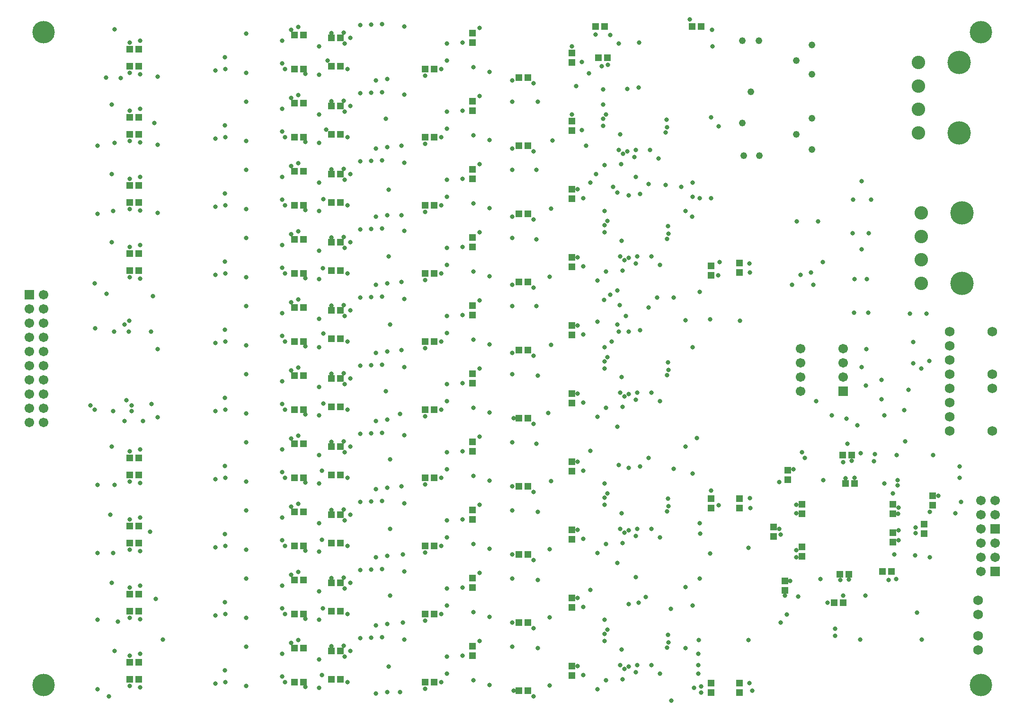
<source format=gbs>
%FSLAX23Y23*%
%MOIN*%
G70*
G01*
G75*
%ADD10R,0.059X0.051*%
%ADD11R,0.039X0.024*%
%ADD12R,0.079X0.047*%
%ADD13R,0.016X0.085*%
%ADD14R,0.016X0.085*%
%ADD15R,0.024X0.055*%
%ADD16R,0.039X0.043*%
%ADD17R,0.071X0.063*%
%ADD18R,0.043X0.039*%
%ADD19R,0.048X0.017*%
%ADD20O,0.048X0.017*%
%ADD21R,0.079X0.087*%
%ADD22R,0.012X0.063*%
%ADD23R,0.063X0.012*%
%ADD24R,0.031X0.142*%
%ADD25R,0.085X0.016*%
%ADD26R,0.051X0.059*%
%ADD27R,0.142X0.031*%
%ADD28R,0.081X0.024*%
%ADD29R,0.091X0.059*%
%ADD30R,0.073X0.024*%
%ADD31R,0.124X0.136*%
%ADD32R,0.087X0.079*%
%ADD33R,0.024X0.087*%
%ADD34R,0.024X0.087*%
%ADD35R,0.087X0.024*%
%ADD36R,0.087X0.024*%
%ADD37R,0.065X0.012*%
%ADD38R,0.085X0.016*%
%ADD39R,0.061X0.024*%
%ADD40C,0.010*%
%ADD41C,0.016*%
%ADD42C,0.008*%
%ADD43C,0.012*%
%ADD44C,0.020*%
%ADD45C,0.040*%
%ADD46C,0.030*%
%ADD47C,0.060*%
%ADD48C,0.150*%
%ADD49R,0.059X0.059*%
%ADD50C,0.059*%
%ADD51R,0.059X0.059*%
%ADD52C,0.059*%
%ADD53C,0.087*%
%ADD54C,0.157*%
%ADD55C,0.025*%
%ADD56C,0.040*%
%ADD57C,0.008*%
%ADD58C,0.010*%
%ADD59C,0.007*%
%ADD60R,0.008X0.020*%
%ADD61R,0.020X0.008*%
%ADD62C,0.002*%
%ADD63R,0.020X0.008*%
%ADD64R,0.067X0.059*%
%ADD65R,0.047X0.032*%
%ADD66R,0.087X0.055*%
%ADD67R,0.024X0.093*%
%ADD68R,0.024X0.093*%
%ADD69R,0.032X0.063*%
%ADD70R,0.047X0.051*%
%ADD71R,0.079X0.071*%
%ADD72R,0.051X0.047*%
%ADD73R,0.056X0.025*%
%ADD74O,0.056X0.025*%
%ADD75R,0.087X0.095*%
%ADD76R,0.020X0.071*%
%ADD77R,0.071X0.020*%
%ADD78R,0.039X0.150*%
%ADD79R,0.093X0.024*%
%ADD80R,0.059X0.067*%
%ADD81R,0.150X0.039*%
%ADD82R,0.089X0.032*%
%ADD83R,0.099X0.067*%
%ADD84R,0.081X0.032*%
%ADD85R,0.132X0.144*%
%ADD86R,0.095X0.087*%
%ADD87R,0.032X0.095*%
%ADD88R,0.032X0.095*%
%ADD89R,0.095X0.032*%
%ADD90R,0.095X0.032*%
%ADD91R,0.073X0.020*%
%ADD92R,0.093X0.024*%
%ADD93R,0.069X0.032*%
%ADD94C,0.068*%
%ADD95C,0.158*%
%ADD96R,0.067X0.067*%
%ADD97C,0.067*%
%ADD98R,0.067X0.067*%
%ADD99C,0.067*%
%ADD100C,0.095*%
%ADD101C,0.165*%
%ADD102C,0.033*%
%ADD103C,0.048*%
D70*
X5220Y3473D02*
D03*
Y3407D02*
D03*
X5920Y3267D02*
D03*
Y3333D02*
D03*
X5220Y3953D02*
D03*
Y3887D02*
D03*
X5920Y3747D02*
D03*
Y3813D02*
D03*
X5220Y4433D02*
D03*
Y4367D02*
D03*
X5920Y4227D02*
D03*
Y4293D02*
D03*
X5220Y4913D02*
D03*
Y4847D02*
D03*
X5920Y4707D02*
D03*
Y4773D02*
D03*
X5220Y5393D02*
D03*
Y5327D02*
D03*
X5920Y5187D02*
D03*
Y5253D02*
D03*
X5220Y5873D02*
D03*
Y5807D02*
D03*
X5920Y5667D02*
D03*
Y5733D02*
D03*
X5220Y6353D02*
D03*
Y6287D02*
D03*
X5920Y6147D02*
D03*
Y6213D02*
D03*
X5220Y6833D02*
D03*
Y6767D02*
D03*
X5920Y6627D02*
D03*
Y6693D02*
D03*
X5220Y7313D02*
D03*
Y7247D02*
D03*
X5920Y7107D02*
D03*
Y7173D02*
D03*
X5920Y7653D02*
D03*
Y7587D02*
D03*
X8400Y4333D02*
D03*
Y4267D02*
D03*
X8460Y4533D02*
D03*
Y4467D02*
D03*
X7420Y3867D02*
D03*
Y3933D02*
D03*
X7440Y4647D02*
D03*
Y4713D02*
D03*
X7340Y4313D02*
D03*
Y4247D02*
D03*
X8180Y4273D02*
D03*
Y4207D02*
D03*
Y4473D02*
D03*
Y4407D02*
D03*
X7540Y4473D02*
D03*
Y4407D02*
D03*
Y4107D02*
D03*
Y4173D02*
D03*
X7100Y3147D02*
D03*
Y3213D02*
D03*
X6900Y3147D02*
D03*
Y3213D02*
D03*
X7100Y4513D02*
D03*
Y4447D02*
D03*
X6900Y4513D02*
D03*
Y4447D02*
D03*
X7100Y6173D02*
D03*
Y6107D02*
D03*
X6900Y6087D02*
D03*
Y6153D02*
D03*
X5220Y7727D02*
D03*
Y7793D02*
D03*
D72*
X6173Y7620D02*
D03*
X6107D02*
D03*
X5613Y7480D02*
D03*
X5547D02*
D03*
X6087Y7840D02*
D03*
X6153D02*
D03*
X6833D02*
D03*
X6767D02*
D03*
X4953Y3220D02*
D03*
X4887D02*
D03*
X5613Y3160D02*
D03*
X5547D02*
D03*
X4953Y3700D02*
D03*
X4887D02*
D03*
X5613Y3640D02*
D03*
X5547D02*
D03*
X4953Y4180D02*
D03*
X4887D02*
D03*
X5613Y4120D02*
D03*
X5547D02*
D03*
X4953Y4660D02*
D03*
X4887D02*
D03*
X5613Y4600D02*
D03*
X5547D02*
D03*
X4953Y5140D02*
D03*
X4887D02*
D03*
X5613Y5080D02*
D03*
X5547D02*
D03*
X4953Y5620D02*
D03*
X4887D02*
D03*
X5613Y5560D02*
D03*
X5547D02*
D03*
X4953Y6100D02*
D03*
X4887D02*
D03*
X5613Y6040D02*
D03*
X5547D02*
D03*
X4953Y6580D02*
D03*
X4887D02*
D03*
X5613Y6520D02*
D03*
X5547D02*
D03*
X4953Y7060D02*
D03*
X4887D02*
D03*
X5613Y7000D02*
D03*
X5547D02*
D03*
X7767Y3780D02*
D03*
X7833D02*
D03*
X8107Y4000D02*
D03*
X8173D02*
D03*
X7827Y4820D02*
D03*
X7893D02*
D03*
X7807Y3980D02*
D03*
X7873D02*
D03*
X7847Y4620D02*
D03*
X7913D02*
D03*
X2873Y7560D02*
D03*
X2807D02*
D03*
X2873Y7680D02*
D03*
X2807D02*
D03*
X4033Y7540D02*
D03*
X3967D02*
D03*
Y7780D02*
D03*
X4033D02*
D03*
X4227Y7760D02*
D03*
X4293D02*
D03*
X4227Y7560D02*
D03*
X4293D02*
D03*
X4887Y7540D02*
D03*
X4953D02*
D03*
X2873Y7080D02*
D03*
X2807D02*
D03*
X2873Y7200D02*
D03*
X2807D02*
D03*
X2873Y6600D02*
D03*
X2807D02*
D03*
X2873Y6720D02*
D03*
X2807D02*
D03*
X2873Y6120D02*
D03*
X2807D02*
D03*
X2873Y6240D02*
D03*
X2807D02*
D03*
X2873Y4680D02*
D03*
X2807D02*
D03*
X2873Y4800D02*
D03*
X2807D02*
D03*
X2873Y4200D02*
D03*
X2807D02*
D03*
X2873Y4320D02*
D03*
X2807D02*
D03*
X2873Y3720D02*
D03*
X2807D02*
D03*
X2873Y3840D02*
D03*
X2807D02*
D03*
X2873Y3240D02*
D03*
X2807D02*
D03*
X2873Y3360D02*
D03*
X2807D02*
D03*
X4293Y7080D02*
D03*
X4227D02*
D03*
X4293Y7280D02*
D03*
X4227D02*
D03*
X4033Y7300D02*
D03*
X3967D02*
D03*
Y7060D02*
D03*
X4033D02*
D03*
X4293Y6600D02*
D03*
X4227D02*
D03*
X4293Y6800D02*
D03*
X4227D02*
D03*
X4033Y6820D02*
D03*
X3967D02*
D03*
Y6580D02*
D03*
X4033D02*
D03*
X4293Y6120D02*
D03*
X4227D02*
D03*
X4293Y6320D02*
D03*
X4227D02*
D03*
X4033Y6340D02*
D03*
X3967D02*
D03*
Y6100D02*
D03*
X4033D02*
D03*
X4293Y5640D02*
D03*
X4227D02*
D03*
X4293Y5840D02*
D03*
X4227D02*
D03*
X4033Y5860D02*
D03*
X3967D02*
D03*
Y5620D02*
D03*
X4033D02*
D03*
X4293Y5160D02*
D03*
X4227D02*
D03*
X4293Y5360D02*
D03*
X4227D02*
D03*
X4033Y5380D02*
D03*
X3967D02*
D03*
Y5140D02*
D03*
X4033D02*
D03*
X4293Y4680D02*
D03*
X4227D02*
D03*
X4293Y4880D02*
D03*
X4227D02*
D03*
X4033Y4900D02*
D03*
X3967D02*
D03*
Y4660D02*
D03*
X4033D02*
D03*
X4293Y4200D02*
D03*
X4227D02*
D03*
X4293Y4400D02*
D03*
X4227D02*
D03*
X4033Y4420D02*
D03*
X3967D02*
D03*
Y4180D02*
D03*
X4033D02*
D03*
X4293Y3720D02*
D03*
X4227D02*
D03*
X4293Y3920D02*
D03*
X4227D02*
D03*
X4033Y3940D02*
D03*
X3967D02*
D03*
Y3700D02*
D03*
X4033D02*
D03*
X4293Y3240D02*
D03*
X4227D02*
D03*
X4293Y3440D02*
D03*
X4227D02*
D03*
X4033Y3460D02*
D03*
X3967D02*
D03*
Y3220D02*
D03*
X4033D02*
D03*
D94*
X8780Y3445D02*
D03*
Y3545D02*
D03*
Y3795D02*
D03*
Y3695D02*
D03*
X8580Y5190D02*
D03*
Y5290D02*
D03*
Y5090D02*
D03*
Y4990D02*
D03*
X8880Y5290D02*
D03*
Y4990D02*
D03*
X8580Y5590D02*
D03*
Y5690D02*
D03*
Y5490D02*
D03*
Y5390D02*
D03*
X8880Y5690D02*
D03*
Y5390D02*
D03*
D95*
X2200Y7800D02*
D03*
Y3200D02*
D03*
X8800D02*
D03*
Y7800D02*
D03*
D96*
X8900Y4000D02*
D03*
X2100Y5950D02*
D03*
X8900Y4300D02*
D03*
D97*
X8800Y4000D02*
D03*
X8900Y4100D02*
D03*
X8800D02*
D03*
X8900Y4200D02*
D03*
X8800D02*
D03*
X2200Y5050D02*
D03*
X2100D02*
D03*
X2200Y5150D02*
D03*
X2100D02*
D03*
X2200Y5250D02*
D03*
X2100D02*
D03*
X2200Y5350D02*
D03*
X2100D02*
D03*
X2200Y5450D02*
D03*
X2100D02*
D03*
X2200Y5550D02*
D03*
X2100D02*
D03*
X2200Y5650D02*
D03*
X2100D02*
D03*
X2200Y5750D02*
D03*
X2100D02*
D03*
X2200Y5850D02*
D03*
X2100D02*
D03*
X2200Y5950D02*
D03*
X8800Y4500D02*
D03*
X8900D02*
D03*
X8800Y4400D02*
D03*
X8900D02*
D03*
X8800Y4300D02*
D03*
D98*
X7830Y5270D02*
D03*
D99*
Y5370D02*
D03*
Y5470D02*
D03*
Y5570D02*
D03*
X7530Y5270D02*
D03*
Y5370D02*
D03*
Y5470D02*
D03*
Y5570D02*
D03*
D100*
X8360Y7420D02*
D03*
Y7585D02*
D03*
Y7255D02*
D03*
Y7089D02*
D03*
X8380Y6360D02*
D03*
Y6525D02*
D03*
Y6195D02*
D03*
Y6029D02*
D03*
D101*
X8647Y7585D02*
D03*
Y7089D02*
D03*
X8667Y6525D02*
D03*
Y6029D02*
D03*
D102*
X2660Y3120D02*
D03*
X2700Y3440D02*
D03*
X2725Y3645D02*
D03*
X2680Y3920D02*
D03*
X2690Y4130D02*
D03*
X2670Y4400D02*
D03*
X2700Y4610D02*
D03*
X2680Y4880D02*
D03*
X2645Y5955D02*
D03*
X2680Y6320D02*
D03*
X2690Y6540D02*
D03*
X2680Y6800D02*
D03*
X2700Y7020D02*
D03*
X2680Y7290D02*
D03*
X2745Y7475D02*
D03*
X2700Y7820D02*
D03*
X4710Y5110D02*
D03*
X5680Y7310D02*
D03*
X6240Y5740D02*
D03*
X6130Y7560D02*
D03*
X6176Y7570D02*
D03*
X6200Y5620D02*
D03*
X5510Y3160D02*
D03*
X5500Y3640D02*
D03*
Y4120D02*
D03*
Y4600D02*
D03*
X5510Y5080D02*
D03*
X5500Y5540D02*
D03*
Y6020D02*
D03*
Y6500D02*
D03*
X5680Y3460D02*
D03*
X5765Y3195D02*
D03*
X5680Y3940D02*
D03*
X5765Y3675D02*
D03*
X5680Y4420D02*
D03*
X5765Y4155D02*
D03*
X5670Y4900D02*
D03*
X5775Y4635D02*
D03*
X5680Y5380D02*
D03*
X5755Y5115D02*
D03*
X5670Y5870D02*
D03*
X5775Y5595D02*
D03*
X5670Y6340D02*
D03*
X5765Y6075D02*
D03*
X5670Y6830D02*
D03*
X5775Y6555D02*
D03*
X5785Y7035D02*
D03*
X6040Y7510D02*
D03*
X5950Y7420D02*
D03*
X6087Y7783D02*
D03*
X6190Y7780D02*
D03*
X6251Y7719D02*
D03*
X6395Y7725D02*
D03*
X6750Y7890D02*
D03*
X6907Y7817D02*
D03*
X6910Y7700D02*
D03*
X4887Y3173D02*
D03*
X5963Y3333D02*
D03*
X5229Y3231D02*
D03*
X5153Y3407D02*
D03*
X5270Y3510D02*
D03*
X5000Y3220D02*
D03*
X5040Y3280D02*
D03*
Y3400D02*
D03*
X5650Y3120D02*
D03*
X6000Y3270D02*
D03*
X4740Y3520D02*
D03*
X5500Y3470D02*
D03*
X5340Y3200D02*
D03*
X4887Y3653D02*
D03*
X5963Y3813D02*
D03*
X5229Y3711D02*
D03*
X5153Y3887D02*
D03*
X5270Y3990D02*
D03*
X5000Y3700D02*
D03*
X5040Y3760D02*
D03*
Y3880D02*
D03*
X5650Y3600D02*
D03*
X6000Y3750D02*
D03*
X4740Y4000D02*
D03*
X5500Y3950D02*
D03*
X5340Y3680D02*
D03*
X4887Y4133D02*
D03*
X5963Y4293D02*
D03*
X5229Y4191D02*
D03*
X5153Y4367D02*
D03*
X5270Y4470D02*
D03*
X5000Y4180D02*
D03*
X5040Y4240D02*
D03*
Y4360D02*
D03*
X5650Y4080D02*
D03*
X6000Y4230D02*
D03*
X4740Y4480D02*
D03*
X5500Y4430D02*
D03*
X5340Y4160D02*
D03*
X4887Y4613D02*
D03*
X5963Y4773D02*
D03*
X5229Y4671D02*
D03*
X5153Y4847D02*
D03*
X5270Y4950D02*
D03*
X5000Y4660D02*
D03*
X5040Y4720D02*
D03*
Y4840D02*
D03*
X5650Y4560D02*
D03*
X6000Y4710D02*
D03*
X4740Y4960D02*
D03*
X5500Y4910D02*
D03*
X5340Y4640D02*
D03*
X4887Y5093D02*
D03*
X5963Y5253D02*
D03*
X5229Y5151D02*
D03*
X5153Y5327D02*
D03*
X5270Y5430D02*
D03*
X5000Y5140D02*
D03*
X5040Y5200D02*
D03*
Y5320D02*
D03*
X5650Y5040D02*
D03*
X6000Y5190D02*
D03*
X4740Y5440D02*
D03*
X5500Y5390D02*
D03*
X5340Y5120D02*
D03*
X4887Y5573D02*
D03*
X5963Y5733D02*
D03*
X5229Y5631D02*
D03*
X5153Y5807D02*
D03*
X5270Y5910D02*
D03*
X5000Y5620D02*
D03*
X5040Y5680D02*
D03*
Y5800D02*
D03*
X5650Y5520D02*
D03*
X6000Y5670D02*
D03*
X4740Y5920D02*
D03*
X5500Y5870D02*
D03*
X5340Y5600D02*
D03*
X4887Y6053D02*
D03*
X5963Y6213D02*
D03*
X5229Y6111D02*
D03*
X5153Y6287D02*
D03*
X5270Y6390D02*
D03*
X5000Y6100D02*
D03*
X5040Y6160D02*
D03*
Y6280D02*
D03*
X5650Y6000D02*
D03*
X6000Y6150D02*
D03*
X4740Y6400D02*
D03*
X5500Y6350D02*
D03*
X5340Y6080D02*
D03*
X5963Y6693D02*
D03*
X6000Y6630D02*
D03*
X5920Y7220D02*
D03*
X5990Y7110D02*
D03*
X5920Y7700D02*
D03*
X5990Y7590D02*
D03*
X5500Y6830D02*
D03*
X4887Y6533D02*
D03*
X5500Y7310D02*
D03*
X5650Y6480D02*
D03*
X5229Y6591D02*
D03*
X5153Y6767D02*
D03*
X5270Y6870D02*
D03*
X5000Y6580D02*
D03*
X5040Y6640D02*
D03*
Y6760D02*
D03*
X4740Y6880D02*
D03*
X5340Y6560D02*
D03*
X4887Y7013D02*
D03*
X5500Y6980D02*
D03*
X5650Y6960D02*
D03*
X5229Y7071D02*
D03*
X5153Y7247D02*
D03*
X5270Y7350D02*
D03*
X5000Y7060D02*
D03*
X5040Y7120D02*
D03*
Y7240D02*
D03*
X4740Y7360D02*
D03*
X5340Y7040D02*
D03*
X5500Y7460D02*
D03*
X5650Y7440D02*
D03*
X5340Y7520D02*
D03*
X5270Y7830D02*
D03*
X4160Y3270D02*
D03*
X4168Y3740D02*
D03*
X4160Y4224D02*
D03*
Y4710D02*
D03*
X4170Y5184D02*
D03*
Y5676D02*
D03*
X4168Y6136D02*
D03*
X4170Y6624D02*
D03*
X4190Y7112D02*
D03*
X2990Y3805D02*
D03*
X3040Y3520D02*
D03*
X2980Y7160D02*
D03*
X6520Y5930D02*
D03*
X6460Y5860D02*
D03*
Y4800D02*
D03*
X6440Y3820D02*
D03*
X6900Y6630D02*
D03*
X6955Y7135D02*
D03*
X6900Y7200D02*
D03*
X6050Y3870D02*
D03*
Y4850D02*
D03*
X6100Y5760D02*
D03*
X6050Y6740D02*
D03*
X6020Y7000D02*
D03*
X6143Y7397D02*
D03*
X6147Y5913D02*
D03*
X6190Y5950D02*
D03*
X6300Y5800D02*
D03*
X6257Y5877D02*
D03*
X6460Y6730D02*
D03*
X6580Y6724D02*
D03*
X6240Y4060D02*
D03*
Y5020D02*
D03*
Y5980D02*
D03*
X6210Y6710D02*
D03*
X6720Y4880D02*
D03*
X7908Y5822D02*
D03*
X8008D02*
D03*
X7912Y6058D02*
D03*
X7998D02*
D03*
X7898Y6382D02*
D03*
X7960Y6270D02*
D03*
X8012Y6382D02*
D03*
X7900Y6620D02*
D03*
X8028Y6618D02*
D03*
X7960Y6750D02*
D03*
X7470Y6020D02*
D03*
X7620D02*
D03*
X7530Y6090D02*
D03*
X7605Y6105D02*
D03*
X7688Y6178D02*
D03*
X7655Y6465D02*
D03*
X7505D02*
D03*
X7390Y3640D02*
D03*
X8350Y3710D02*
D03*
X8650Y4740D02*
D03*
X7990Y5310D02*
D03*
X8650Y4660D02*
D03*
X8660Y4490D02*
D03*
X7640Y5200D02*
D03*
X8190Y4120D02*
D03*
X8325Y5615D02*
D03*
X7960Y5440D02*
D03*
X7995Y5565D02*
D03*
X7693Y4643D02*
D03*
X7750Y5100D02*
D03*
X8303Y5817D02*
D03*
X8417D02*
D03*
X8437Y5483D02*
D03*
X8380Y5430D02*
D03*
X8325Y5465D02*
D03*
X8101Y5211D02*
D03*
Y5349D02*
D03*
X8290Y5280D02*
D03*
X8263Y5137D02*
D03*
X8267Y4917D02*
D03*
X8621Y4409D02*
D03*
X8503Y4533D02*
D03*
X8440Y4420D02*
D03*
X8340Y4270D02*
D03*
X8440Y4100D02*
D03*
X8337Y4113D02*
D03*
X7775Y3595D02*
D03*
Y3545D02*
D03*
X7720Y3780D02*
D03*
X7673Y3947D02*
D03*
X7435Y3695D02*
D03*
X8047Y4777D02*
D03*
X8216Y4644D02*
D03*
X8215Y4605D02*
D03*
X7988Y3828D02*
D03*
X7457Y3933D02*
D03*
X7420Y3830D02*
D03*
X7516Y3824D02*
D03*
X7380Y4300D02*
D03*
X7390Y4260D02*
D03*
X7380Y4630D02*
D03*
X7480Y4720D02*
D03*
X7830Y4770D02*
D03*
X7890Y4780D02*
D03*
X8340Y4310D02*
D03*
X8150Y3940D02*
D03*
X8204Y3946D02*
D03*
X7830Y3830D02*
D03*
X8217Y4407D02*
D03*
X8220Y4450D02*
D03*
Y4290D02*
D03*
Y4220D02*
D03*
X7811Y3939D02*
D03*
X7873Y3943D02*
D03*
X7500Y4100D02*
D03*
Y4150D02*
D03*
Y4470D02*
D03*
Y4410D02*
D03*
X7910Y4660D02*
D03*
X7847Y4657D02*
D03*
X7105Y5765D02*
D03*
X6953Y6087D02*
D03*
X6960Y6180D02*
D03*
X7170Y6170D02*
D03*
X7175Y6105D02*
D03*
X6895Y5775D02*
D03*
X7175Y4515D02*
D03*
X7177Y4447D02*
D03*
X7165Y4165D02*
D03*
X6895Y4125D02*
D03*
X6955Y4465D02*
D03*
X6900Y4570D02*
D03*
X7165Y3515D02*
D03*
X6815D02*
D03*
X6830Y3190D02*
D03*
X6833Y3147D02*
D03*
X7173Y3213D02*
D03*
X7190Y3160D02*
D03*
X6370Y6780D02*
D03*
X6690Y6710D02*
D03*
X6800Y4940D02*
D03*
X6820Y5970D02*
D03*
X6770Y6740D02*
D03*
X6820Y6630D02*
D03*
X6770Y6640D02*
D03*
X6720Y6540D02*
D03*
X6770Y3760D02*
D03*
X6820Y3950D02*
D03*
Y4340D02*
D03*
X6770Y4690D02*
D03*
Y5580D02*
D03*
X6769Y6499D02*
D03*
X6825Y4265D02*
D03*
X6720Y3890D02*
D03*
X6400Y4740D02*
D03*
X6720Y5770D02*
D03*
X6400Y5700D02*
D03*
Y6660D02*
D03*
X6390Y7410D02*
D03*
X6720Y3460D02*
D03*
X6390Y3780D02*
D03*
X6810Y3280D02*
D03*
X6620Y3090D02*
D03*
X6810Y3420D02*
D03*
X6780Y3180D02*
D03*
X6810Y3340D02*
D03*
X4710Y3150D02*
D03*
X4730Y3640D02*
D03*
X4640Y3830D02*
D03*
X4730Y4120D02*
D03*
X4640Y4300D02*
D03*
X4720Y4600D02*
D03*
X4640Y4790D02*
D03*
X4610Y5270D02*
D03*
X4720Y5560D02*
D03*
X4640Y5740D02*
D03*
X4720Y6040D02*
D03*
X4630Y6220D02*
D03*
X4720Y6510D02*
D03*
X4630Y6690D02*
D03*
X4720Y7000D02*
D03*
X4610Y7190D02*
D03*
X4887Y7493D02*
D03*
X5229Y7551D02*
D03*
X5153Y7727D02*
D03*
X5000Y7540D02*
D03*
X5040Y7600D02*
D03*
Y7720D02*
D03*
X4740Y7840D02*
D03*
X3900Y3220D02*
D03*
X4620Y3150D02*
D03*
X4430Y3530D02*
D03*
X4507Y3533D02*
D03*
X4584Y3536D02*
D03*
X3995Y3515D02*
D03*
X3945Y3495D02*
D03*
X4045Y3185D02*
D03*
X3478Y3302D02*
D03*
X3480Y3220D02*
D03*
X3411Y3209D02*
D03*
X3629Y3469D02*
D03*
X4540Y3140D02*
D03*
X3629Y3191D02*
D03*
X4360Y3440D02*
D03*
X4140Y3380D02*
D03*
X4320Y3400D02*
D03*
X3880Y3260D02*
D03*
Y3420D02*
D03*
X4340Y3220D02*
D03*
X4140Y3180D02*
D03*
X4315Y3475D02*
D03*
X4227Y3473D02*
D03*
X3900Y3700D02*
D03*
X4620Y3630D02*
D03*
X4430Y4010D02*
D03*
X4507Y4013D02*
D03*
X4584Y4016D02*
D03*
X3995Y3995D02*
D03*
X3945Y3975D02*
D03*
X4045Y3665D02*
D03*
X3478Y3782D02*
D03*
X3480Y3700D02*
D03*
X3411Y3689D02*
D03*
X3629Y3949D02*
D03*
X4540Y3620D02*
D03*
X3629Y3671D02*
D03*
X4360Y3920D02*
D03*
X4140Y3860D02*
D03*
X4320Y3880D02*
D03*
X3880Y3740D02*
D03*
Y3900D02*
D03*
X4340Y3700D02*
D03*
X4140Y3660D02*
D03*
X4315Y3955D02*
D03*
X4227Y3953D02*
D03*
X3900Y4180D02*
D03*
X4620Y4110D02*
D03*
X4430Y4490D02*
D03*
X4507Y4493D02*
D03*
X4584Y4496D02*
D03*
X3995Y4475D02*
D03*
X3945Y4455D02*
D03*
X4045Y4145D02*
D03*
X3478Y4262D02*
D03*
X3480Y4180D02*
D03*
X3411Y4169D02*
D03*
X3629Y4429D02*
D03*
X4540Y4100D02*
D03*
X3629Y4151D02*
D03*
X4360Y4400D02*
D03*
X4140Y4340D02*
D03*
X4320Y4360D02*
D03*
X3880Y4220D02*
D03*
Y4380D02*
D03*
X4340Y4180D02*
D03*
X4140Y4140D02*
D03*
X4315Y4435D02*
D03*
X4227Y4433D02*
D03*
X3900Y4660D02*
D03*
X4620Y4590D02*
D03*
X4430Y4970D02*
D03*
X4507Y4973D02*
D03*
X4584Y4976D02*
D03*
X3995Y4955D02*
D03*
X3945Y4935D02*
D03*
X4045Y4625D02*
D03*
X3478Y4742D02*
D03*
X3480Y4660D02*
D03*
X3411Y4649D02*
D03*
X3629Y4909D02*
D03*
X4540Y4580D02*
D03*
X3629Y4631D02*
D03*
X4360Y4880D02*
D03*
X4140Y4820D02*
D03*
X4320Y4840D02*
D03*
X3880Y4700D02*
D03*
Y4860D02*
D03*
X4340Y4660D02*
D03*
X4140Y4620D02*
D03*
X4315Y4915D02*
D03*
X4227Y4913D02*
D03*
X3900Y5140D02*
D03*
X4620Y5070D02*
D03*
X4430Y5450D02*
D03*
X4507Y5453D02*
D03*
X4584Y5456D02*
D03*
X3995Y5435D02*
D03*
X3945Y5415D02*
D03*
X4045Y5105D02*
D03*
X3478Y5222D02*
D03*
X3480Y5140D02*
D03*
X3411Y5129D02*
D03*
X3629Y5389D02*
D03*
X4540Y5060D02*
D03*
X3629Y5111D02*
D03*
X4360Y5360D02*
D03*
X4140Y5300D02*
D03*
X4320Y5320D02*
D03*
X3880Y5180D02*
D03*
Y5340D02*
D03*
X4340Y5140D02*
D03*
X4140Y5100D02*
D03*
X4315Y5395D02*
D03*
X4227Y5393D02*
D03*
X3005Y5085D02*
D03*
X3900Y5620D02*
D03*
X4620Y5550D02*
D03*
X4430Y5930D02*
D03*
X4507Y5933D02*
D03*
X4584Y5936D02*
D03*
X3995Y5915D02*
D03*
X3945Y5895D02*
D03*
X4045Y5585D02*
D03*
X3478Y5702D02*
D03*
X3480Y5620D02*
D03*
X3411Y5609D02*
D03*
X3629Y5869D02*
D03*
X4540Y5540D02*
D03*
X3629Y5591D02*
D03*
X4360Y5840D02*
D03*
X4140Y5780D02*
D03*
X4320Y5800D02*
D03*
X3880Y5660D02*
D03*
Y5820D02*
D03*
X4340Y5620D02*
D03*
X4140Y5580D02*
D03*
X4315Y5875D02*
D03*
X4227Y5873D02*
D03*
X3005Y5565D02*
D03*
X3900Y6100D02*
D03*
X4620Y6030D02*
D03*
X4430Y6410D02*
D03*
X4507Y6413D02*
D03*
X4584Y6416D02*
D03*
X3995Y6395D02*
D03*
X3945Y6375D02*
D03*
X4045Y6065D02*
D03*
X3478Y6182D02*
D03*
X3480Y6100D02*
D03*
X3411Y6089D02*
D03*
X3629Y6349D02*
D03*
X4540Y6020D02*
D03*
X3629Y6071D02*
D03*
X4360Y6320D02*
D03*
X4140Y6260D02*
D03*
X4320Y6280D02*
D03*
X3880Y6140D02*
D03*
Y6300D02*
D03*
X4340Y6100D02*
D03*
X4140Y6060D02*
D03*
X4315Y6355D02*
D03*
X4227Y6353D02*
D03*
X3900Y6580D02*
D03*
X4620Y6510D02*
D03*
X4430Y6890D02*
D03*
X4507Y6893D02*
D03*
X4584Y6896D02*
D03*
X3995Y6875D02*
D03*
X3945Y6855D02*
D03*
X4045Y6545D02*
D03*
X3478Y6662D02*
D03*
X3480Y6580D02*
D03*
X3411Y6569D02*
D03*
X3629Y6829D02*
D03*
X4540Y6500D02*
D03*
X3629Y6551D02*
D03*
X4360Y6800D02*
D03*
X4140Y6740D02*
D03*
X4320Y6760D02*
D03*
X3880Y6620D02*
D03*
Y6780D02*
D03*
X4340Y6580D02*
D03*
X4140Y6540D02*
D03*
X4315Y6835D02*
D03*
X4227Y6833D02*
D03*
X3005Y6525D02*
D03*
X3900Y7060D02*
D03*
X4620Y6990D02*
D03*
X4430Y7370D02*
D03*
X4507Y7373D02*
D03*
X4584Y7376D02*
D03*
X3995Y7355D02*
D03*
X3945Y7335D02*
D03*
X4045Y7025D02*
D03*
X3478Y7142D02*
D03*
X3480Y7060D02*
D03*
X3411Y7049D02*
D03*
X3629Y7309D02*
D03*
X4540Y6980D02*
D03*
X3629Y7031D02*
D03*
X4360Y7280D02*
D03*
X4140Y7220D02*
D03*
X4320Y7240D02*
D03*
X3880Y7100D02*
D03*
Y7260D02*
D03*
X4340Y7060D02*
D03*
X4140Y7020D02*
D03*
X4315Y7315D02*
D03*
X4227Y7313D02*
D03*
X3005Y7005D02*
D03*
X4620Y7470D02*
D03*
X4360Y7760D02*
D03*
X2770Y5060D02*
D03*
X2900D02*
D03*
X2560Y5140D02*
D03*
X2691Y5129D02*
D03*
X2960Y5180D02*
D03*
X2820Y5170D02*
D03*
X2821Y5129D02*
D03*
X2786Y5206D02*
D03*
X2950Y4280D02*
D03*
X2530Y5170D02*
D03*
X2580Y3660D02*
D03*
Y4130D02*
D03*
Y3170D02*
D03*
Y4610D02*
D03*
X2800Y5690D02*
D03*
X2959Y5689D02*
D03*
X2699D02*
D03*
X2564Y5714D02*
D03*
X2770Y5740D02*
D03*
X2804Y5766D02*
D03*
X2970Y5940D02*
D03*
X3005Y7485D02*
D03*
X6170Y3590D02*
D03*
X6320Y3770D02*
D03*
X6591Y3461D02*
D03*
X6380Y3340D02*
D03*
X6320Y3330D02*
D03*
X6272Y3448D02*
D03*
X6260Y3340D02*
D03*
X6100Y3170D02*
D03*
X6279Y3239D02*
D03*
X6540Y3280D02*
D03*
X6480Y3340D02*
D03*
X6370Y3290D02*
D03*
X6597Y3553D02*
D03*
X6600Y3500D02*
D03*
X6152Y3658D02*
D03*
X6150Y3560D02*
D03*
Y3510D02*
D03*
X6161Y3231D02*
D03*
X6291Y3311D02*
D03*
X6170Y4550D02*
D03*
X6320Y4730D02*
D03*
X6591Y4421D02*
D03*
X6380Y4300D02*
D03*
X6320Y4290D02*
D03*
X6272Y4408D02*
D03*
X6260Y4300D02*
D03*
X6100Y4130D02*
D03*
X6279Y4199D02*
D03*
X6540Y4240D02*
D03*
X6480Y4300D02*
D03*
X6370Y4250D02*
D03*
X6597Y4513D02*
D03*
X6600Y4460D02*
D03*
X6152Y4618D02*
D03*
X6150Y4520D02*
D03*
Y4470D02*
D03*
X6161Y4191D02*
D03*
X6291Y4271D02*
D03*
X6170Y5510D02*
D03*
X6320Y5690D02*
D03*
X6591Y5381D02*
D03*
X6380Y5260D02*
D03*
X6320Y5250D02*
D03*
X6272Y5368D02*
D03*
X6260Y5260D02*
D03*
X6100Y5090D02*
D03*
X6279Y5159D02*
D03*
X6540Y5200D02*
D03*
X6480Y5260D02*
D03*
X6370Y5210D02*
D03*
X6597Y5473D02*
D03*
X6600Y5420D02*
D03*
X6152Y5578D02*
D03*
X6150Y5480D02*
D03*
Y5430D02*
D03*
X6161Y5151D02*
D03*
X6291Y5231D02*
D03*
X6170Y6470D02*
D03*
X6320Y6650D02*
D03*
X6591Y6341D02*
D03*
X6380Y6220D02*
D03*
X6320Y6210D02*
D03*
X6272Y6328D02*
D03*
X6260Y6220D02*
D03*
X6100Y6050D02*
D03*
X6279Y6119D02*
D03*
X6540Y6160D02*
D03*
X6480Y6220D02*
D03*
X6370Y6170D02*
D03*
X6597Y6433D02*
D03*
X6600Y6380D02*
D03*
X6152Y6538D02*
D03*
X6150Y6440D02*
D03*
Y6390D02*
D03*
X6161Y6111D02*
D03*
X6291Y6191D02*
D03*
X6160Y7220D02*
D03*
X6262Y7078D02*
D03*
X6310Y7400D02*
D03*
X6530Y6910D02*
D03*
X6360Y6920D02*
D03*
X6370Y6970D02*
D03*
X6470D02*
D03*
X6581Y7091D02*
D03*
X6587Y7183D02*
D03*
X6590Y7130D02*
D03*
X2882Y7738D02*
D03*
X2807Y7727D02*
D03*
Y7513D02*
D03*
X3478Y7622D02*
D03*
X3411Y7529D02*
D03*
X3480Y7540D02*
D03*
X3629Y7789D02*
D03*
X3880Y7580D02*
D03*
Y7740D02*
D03*
X4045Y7505D02*
D03*
X3900Y7540D02*
D03*
X3945Y7815D02*
D03*
X3995Y7835D02*
D03*
X4320Y7720D02*
D03*
X4227Y7793D02*
D03*
X4315Y7795D02*
D03*
X4200Y7600D02*
D03*
X4140Y7500D02*
D03*
X4340Y7540D02*
D03*
X4140Y7700D02*
D03*
X3629Y7511D02*
D03*
X4540Y7460D02*
D03*
X4430Y7850D02*
D03*
X4584Y7856D02*
D03*
X4507Y7853D02*
D03*
X2882Y7502D02*
D03*
Y7022D02*
D03*
X2807Y7033D02*
D03*
X2882Y7258D02*
D03*
X2807Y7247D02*
D03*
X2882Y6542D02*
D03*
X2807Y6553D02*
D03*
X2882Y6778D02*
D03*
X2807Y6767D02*
D03*
X2882Y6062D02*
D03*
X2807Y6073D02*
D03*
X2882Y6298D02*
D03*
X2807Y6287D02*
D03*
X2882Y4622D02*
D03*
X2807Y4633D02*
D03*
X2882Y4858D02*
D03*
X2807Y4847D02*
D03*
X2882Y4142D02*
D03*
X2807Y4153D02*
D03*
X2882Y4378D02*
D03*
X2807Y4367D02*
D03*
X2882Y3662D02*
D03*
X2807Y3673D02*
D03*
X2882Y3898D02*
D03*
X2807Y3887D02*
D03*
X2882Y3182D02*
D03*
X2807Y3193D02*
D03*
X2882Y3418D02*
D03*
X2807Y3407D02*
D03*
X2640Y7480D02*
D03*
X2580Y7000D02*
D03*
Y6520D02*
D03*
X2560Y6030D02*
D03*
X6140Y7140D02*
D03*
Y7190D02*
D03*
X6142Y7288D02*
D03*
X6310Y6960D02*
D03*
X6250Y6970D02*
D03*
X6281Y6941D02*
D03*
X6269Y6869D02*
D03*
X6151Y6861D02*
D03*
X6090Y6800D02*
D03*
X8464Y4820D02*
D03*
X8208D02*
D03*
X8055Y4825D02*
D03*
X8120Y5100D02*
D03*
X7856Y5076D02*
D03*
X7930Y5030D02*
D03*
X7955Y4831D02*
D03*
X7862Y4898D02*
D03*
X8180Y4550D02*
D03*
X7540Y4840D02*
D03*
X8120Y4620D02*
D03*
X7560Y4800D02*
D03*
X8384Y3520D02*
D03*
X7950D02*
D03*
X6240Y6670D02*
D03*
X6250Y5690D02*
D03*
Y4750D02*
D03*
X6370Y3960D02*
D03*
X6639Y4721D02*
D03*
X6619Y3737D02*
D03*
X6639Y5929D02*
D03*
X4631Y3329D02*
D03*
D103*
X7611Y7501D02*
D03*
X7500Y7600D02*
D03*
X7611Y7709D02*
D03*
Y6971D02*
D03*
X7500Y7080D02*
D03*
X7611Y7191D02*
D03*
X7122Y7738D02*
D03*
X7238D02*
D03*
X7180Y7380D02*
D03*
X7122Y7158D02*
D03*
X7130Y6930D02*
D03*
X7240D02*
D03*
M02*

</source>
